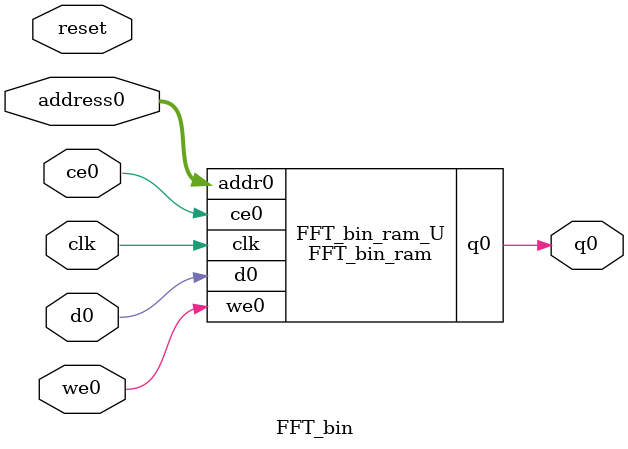
<source format=v>
`timescale 1 ns / 1 ps
module FFT_bin_ram (addr0, ce0, d0, we0, q0,  clk);

parameter DWIDTH = 1;
parameter AWIDTH = 4;
parameter MEM_SIZE = 10;

input[AWIDTH-1:0] addr0;
input ce0;
input[DWIDTH-1:0] d0;
input we0;
output reg[DWIDTH-1:0] q0;
input clk;

(* ram_style = "distributed" *)reg [DWIDTH-1:0] ram[0:MEM_SIZE-1];




always @(posedge clk)  
begin 
    if (ce0) 
    begin
        if (we0) 
        begin 
            ram[addr0] <= d0; 
        end 
        q0 <= ram[addr0];
    end
end


endmodule

`timescale 1 ns / 1 ps
module FFT_bin(
    reset,
    clk,
    address0,
    ce0,
    we0,
    d0,
    q0);

parameter DataWidth = 32'd1;
parameter AddressRange = 32'd10;
parameter AddressWidth = 32'd4;
input reset;
input clk;
input[AddressWidth - 1:0] address0;
input ce0;
input we0;
input[DataWidth - 1:0] d0;
output[DataWidth - 1:0] q0;



FFT_bin_ram FFT_bin_ram_U(
    .clk( clk ),
    .addr0( address0 ),
    .ce0( ce0 ),
    .we0( we0 ),
    .d0( d0 ),
    .q0( q0 ));

endmodule


</source>
